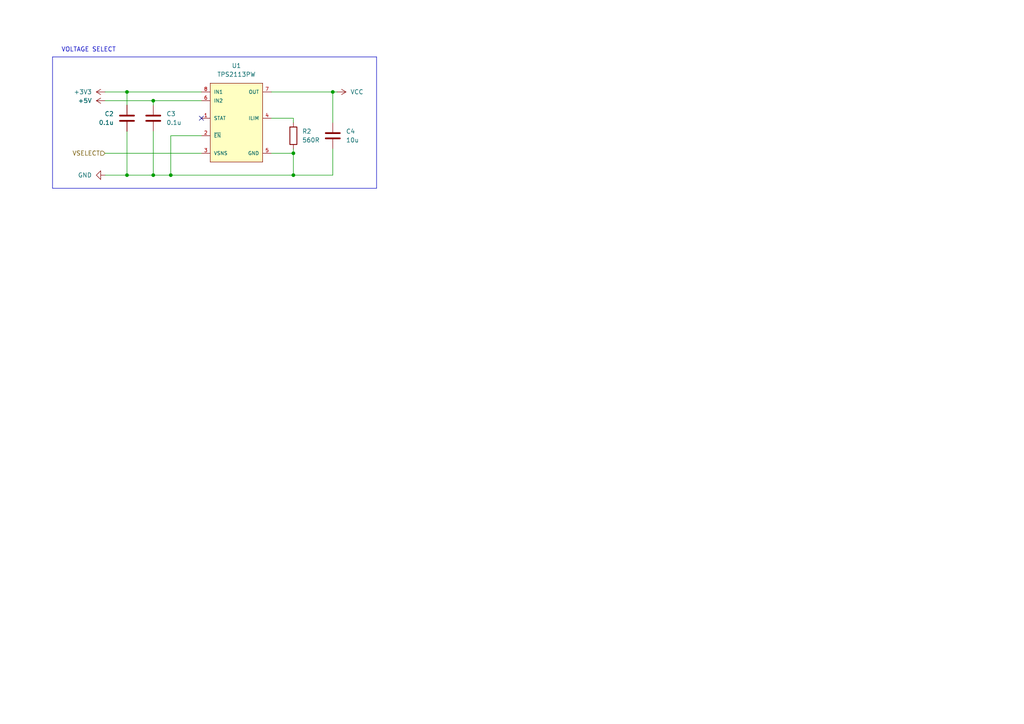
<source format=kicad_sch>
(kicad_sch (version 20230121) (generator eeschema)
  (paper "A4")
  (lib_symbols
    (symbol "Added:TPS2113PW" (pin_names (offset 1.016))
      (property "Reference" "U" (at 0 5.08 0))
      (property "Value" "TPS2113PW" (at 0 7.62 0))
      (symbol "TPS2113PW_1_1"
        (rectangle (start 5.08 2.54) (end 20.32 -20.32) (fill (type background)))
        (pin unspecified line (at 2.54 -7.62 0) (length 2.54) (name "STAT") (number "1"))
        (pin input line (at 2.54 -12.7 0) (length 2.54) (name "~{EN}") (number "2"))
        (pin input line (at 2.54 -17.78 0) (length 2.54) (name "VSNS") (number "3"))
        (pin input line (at 22.86 -7.62 180) (length 2.54) (name "ILIM") (number "4"))
        (pin power_in line (at 22.86 -17.78 180) (length 2.54) (name "GND") (number "5"))
        (pin power_in line (at 2.54 -2.54 0) (length 2.54) (name "IN2") (number "6"))
        (pin power_out line (at 22.86 0 180) (length 2.54) (name "OUT") (number "7"))
        (pin power_in line (at 2.54 0 0) (length 2.54) (name "IN1") (number "8"))
      )
    )
    (symbol "Device:C" (pin_numbers hide) (pin_names (offset 0.254))
      (property "Reference" "C" (at 0.635 2.54 0))
      (property "Value" "C" (at 0.635 -2.54 0))
      (symbol "C_0_1"
        (polyline (pts (xy -2.032 -0.762) (xy 2.032 -0.762)) (stroke (width 0.508)))
        (polyline (pts (xy -2.032 0.762) (xy 2.032 0.762)) (stroke (width 0.508)))
      )
      (symbol "C_1_1"
        (pin passive line (at 0 3.81 270) (length 2.794) (name "~") (number "1"))
        (pin passive line (at 0 -3.81 90) (length 2.794) (name "~") (number "2"))
      )
    )
    (symbol "Device:R" (pin_numbers hide) (pin_names (offset 0))
      (property "Reference" "R" (at 2.032 0 90))
      (property "Value" "R" (at 0 0 90))
      (symbol "R_0_1"
        (rectangle (start -1.016 -2.54) (end 1.016 2.54) (stroke (width 0.254)))
      )
      (symbol "R_1_1"
        (pin passive line (at 0 3.81 270) (length 1.27) (name "~") (number "1"))
        (pin passive line (at 0 -3.81 90) (length 1.27) (name "~") (number "2"))
      )
    )
    (symbol "power:+3V3" (power) (pin_names (offset 0))
      (property "Value" "+3V3" (at 0 3.556 0))
      (symbol "+3V3_0_1"
        (polyline (pts (xy -0.762 1.27) (xy 0 2.54)))
        (polyline (pts (xy 0 0) (xy 0 2.54)))
        (polyline (pts (xy 0 2.54) (xy 0.762 1.27)))
      )
      (symbol "+3V3_1_1"
        (pin power_in line (at 0 0 90) (length 0) hide (name "+3V3") (number "1"))
      )
    )
    (symbol "power:+5V" (power) (pin_names (offset 0))
      (property "Value" "+5V" (at 0 3.556 0))
      (symbol "+5V_0_1"
        (polyline (pts (xy -0.762 1.27) (xy 0 2.54)))
        (polyline (pts (xy 0 0) (xy 0 2.54)))
        (polyline (pts (xy 0 2.54) (xy 0.762 1.27)))
      )
      (symbol "+5V_1_1"
        (pin power_in line (at 0 0 90) (length 0) hide (name "+5V") (number "1"))
      )
    )
    (symbol "power:GND" (power) (pin_names (offset 0))
      (property "Value" "GND" (at 0 -3.81 0))
      (symbol "GND_0_1"
        (polyline (pts (xy 0 0) (xy 0 -1.27) (xy 1.27 -1.27) (xy 0 -2.54) (xy -1.27 -1.27) (xy 0 -1.27)))
      )
      (symbol "GND_1_1"
        (pin power_in line (at 0 0 270) (length 0) hide (name "GND") (number "1"))
      )
    )
    (symbol "power:VCC" (power) (pin_names (offset 0))
      (property "Value" "VCC" (at 0 3.81 0))
      (symbol "VCC_0_1"
        (polyline (pts (xy -0.762 1.27) (xy 0 2.54)))
        (polyline (pts (xy 0 0) (xy 0 2.54)))
        (polyline (pts (xy 0 2.54) (xy 0.762 1.27)))
      )
      (symbol "VCC_1_1"
        (pin power_in line (at 0 0 90) (length 0) hide (name "VCC") (number "1"))
      )
    )
  )
  (junction (at 36.83 26.67))
  (junction (at 85.09 44.45))
  (junction (at 85.09 50.8))
  (junction (at 44.45 29.21))
  (junction (at 96.52 26.67))
  (junction (at 49.53 50.8))
  (junction (at 44.45 50.8))
  (junction (at 36.83 50.8))
  (no_connect (at 58.42 34.29))
  (wire (pts (xy 49.53 50.8) (xy 85.09 50.8)))
  (polyline (pts (xy 109.22 54.61) (xy 109.22 16.51)))
  (polyline (pts (xy 15.24 54.61) (xy 109.22 54.61)))
  (wire (pts (xy 85.09 43.18) (xy 85.09 44.45)))
  (wire (pts (xy 30.48 26.67) (xy 36.83 26.67)))
  (wire (pts (xy 44.45 38.1) (xy 44.45 50.8)))
  (wire (pts (xy 44.45 30.48) (xy 44.45 29.21)))
  (wire (pts (xy 96.52 43.18) (xy 96.52 50.8)))
  (wire (pts (xy 78.74 34.29) (xy 85.09 34.29)))
  (wire (pts (xy 78.74 26.67) (xy 96.52 26.67)))
  (polyline (pts (xy 15.24 16.51) (xy 15.24 54.61)))
  (wire (pts (xy 44.45 29.21) (xy 58.42 29.21)))
  (wire (pts (xy 30.48 44.45) (xy 58.42 44.45)))
  (wire (pts (xy 30.48 29.21) (xy 44.45 29.21)))
  (wire (pts (xy 36.83 26.67) (xy 36.83 30.48)))
  (wire (pts (xy 49.53 39.37) (xy 49.53 50.8)))
  (wire (pts (xy 36.83 26.67) (xy 58.42 26.67)))
  (wire (pts (xy 96.52 26.67) (xy 96.52 35.56)))
  (wire (pts (xy 96.52 26.67) (xy 97.79 26.67)))
  (wire (pts (xy 44.45 50.8) (xy 49.53 50.8)))
  (polyline (pts (xy 109.22 16.51) (xy 15.24 16.51)))
  (wire (pts (xy 85.09 44.45) (xy 85.09 50.8)))
  (wire (pts (xy 30.48 50.8) (xy 36.83 50.8)))
  (wire (pts (xy 85.09 50.8) (xy 96.52 50.8)))
  (wire (pts (xy 36.83 38.1) (xy 36.83 50.8)))
  (wire (pts (xy 78.74 44.45) (xy 85.09 44.45)))
  (wire (pts (xy 85.09 34.29) (xy 85.09 35.56)))
  (wire (pts (xy 58.42 39.37) (xy 49.53 39.37)))
  (wire (pts (xy 36.83 50.8) (xy 44.45 50.8)))
  (text "VOLTAGE SELECT" (at 17.78 15.24 0) (effects (font (size 1.27 1.27)) (justify left bottom)))
  (hierarchical_label "VSELECT" (shape input) (at 30.48 44.45 180))
  (symbol (lib_id "Device:C") (at 96.52 39.37 0) (unit 1)
    (property "Reference" "C4" (at 100.33 38.0999 0) (effects (justify left)))
    (property "Value" "10u" (at 100.33 40.6399 0) (effects (justify left)))
    (property "Footprint" "Capacitor_SMD:C_0402_1005Metric_Pad0.74x0.62mm_HandSolder" (effects hide))
    (property "Description" "CL05A106MQ5NUNC" (effects hide))
    (property "JLCPCB" "C15525" (effects hide))
  )
  (symbol (lib_id "power:+3V3") (at 30.48 26.67 90) (unit 1)
    (property "Reference" "#PWR07" (effects hide))
    (property "Value" "+3V3" (at 26.67 26.6699 90) (effects (justify left)))
  )
  (symbol (lib_id "Added:TPS2113PW") (at 55.88 26.67 0) (unit 1)
    (property "Reference" "U1" (at 68.58 19.05 0))
    (property "Value" "TPS2113PW" (at 68.58 21.59 0))
    (property "Footprint" "Personal:Texas_Instruments-TPS2113PW-Level_A" (effects hide))
    (property "Datasheet" "http://www.ti.com/general/docs/lit/getliterature.tsp?genericPartNumber=TPS2113&fileType=pdf" (effects hide))
    (property "Code  JEDEC" "MO-153" (effects hide))
    (property "Datasheet Version" "SLVS446" (effects hide))
    (property "IN1 IN2 Input VoltageMaxV" "5.5" (effects hide))
    (property "IN1 IN2 Input VoltageMinV" "2.8" (effects hide))
    (property "IN1 Output CurrentMaxA" "1.25" (effects hide))
    (property "IN1 rDSonTypmOhm" "84" (effects hide))
    (property "IN2 Output CurrentMaxA" "1.25" (effects hide))
    (property "IN2 rDSonTypOhms" "0.084" (effects hide))
    (property "Mounting Technology" "Surface Mount" (effects hide))
    (property "Number of Inputs" "2" (effects hide))
    (property "Package Description" "8-Pin Plastic Thin Small Outline Package 3 x 4.4 mm Body ,0.65 mm Pitch" (effects hide))
    (property "Package Version" "revG, Feb-2011" (effects hide))
    (property "Sub Family" "Power Multiplexer (MUX)" (effects hide))
    (property "category" "IC" (effects hide))
    (property "ciiva ids" "1435368" (effects hide))
    (property "library id" "8d418d7fa91867a0" (effects hide))
    (property "manufacturer" "Texas Instruments" (effects hide))
    (property "package" "PW0008A" (effects hide))
    (property "release date" "1464590589" (effects hide))
    (property "rohs" "Yes" (effects hide))
    (property "vault revision" "9D6D1550-8F4D-4794-945B-26B7B47CC6E6" (effects hide))
    (property "imported" "yes" (effects hide))
  )
  (symbol (lib_id "power:+5V") (at 30.48 29.21 90) (unit 1)
    (property "Reference" "#PWR08" (effects hide))
    (property "Value" "+5V" (at 26.67 29.2099 90) (effects (justify left)))
  )
  (symbol (lib_id "Device:C") (at 44.45 34.29 0) (unit 1)
    (property "Reference" "C3" (at 48.26 33.0199 0) (effects (justify left)))
    (property "Value" "0.1u" (at 48.26 35.5599 0) (effects (justify left)))
    (property "Footprint" "Capacitor_SMD:C_0402_1005Metric_Pad0.74x0.62mm_HandSolder" (effects hide))
    (property "Description" "CL05B104KB54PNC" (effects hide))
    (property "JLCPCB" "C307331" (effects hide))
  )
  (symbol (lib_id "Device:C") (at 36.83 34.29 180) (unit 1)
    (property "Reference" "C2" (at 33.02 33.0199 0) (effects (justify left)))
    (property "Value" "0.1u" (at 33.02 35.5599 0) (effects (justify left)))
    (property "Footprint" "Capacitor_SMD:C_0402_1005Metric_Pad0.74x0.62mm_HandSolder" (effects hide))
    (property "Description" "CL05B104KB54PNC" (effects hide))
    (property "JLCPCB" "C307331" (effects hide))
  )
  (symbol (lib_id "power:GND") (at 30.48 50.8 270) (unit 1)
    (property "Reference" "#PWR016" (effects hide))
    (property "Value" "GND" (at 26.67 50.8 90) (effects (justify right)))
  )
  (symbol (lib_id "Device:R") (at 85.09 39.37 180) (unit 1)
    (property "Reference" "R2" (at 87.63 38.0999 0) (effects (justify right)))
    (property "Value" "560R" (at 87.63 40.6399 0) (effects (justify right)))
    (property "Footprint" "Resistor_SMD:R_0402_1005Metric_Pad0.72x0.64mm_HandSolder" (effects hide))
    (property "Description" "RC0402JR-07560RL" (effects hide))
    (property "JLCPCB" "C137858" (effects hide))
  )
  (symbol (lib_id "power:VCC") (at 97.79 26.67 270) (unit 1)
    (property "Reference" "#PWR022" (effects hide))
    (property "Value" "VCC" (at 101.6 26.6699 90) (effects (justify left)))
  )
)
</source>
